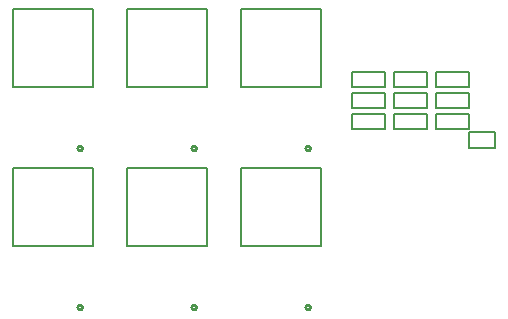
<source format=gbo>
G04*
G04 #@! TF.GenerationSoftware,Altium Limited,Altium Designer,21.7.1 (17)*
G04*
G04 Layer_Color=32896*
%FSLAX44Y44*%
%MOMM*%
G71*
G04*
G04 #@! TF.SameCoordinates,3410F848-C5A3-4CD9-B6BE-FCF06B59130C*
G04*
G04*
G04 #@! TF.FilePolarity,Positive*
G04*
G01*
G75*
%ADD10C,0.2000*%
%ADD12C,0.2540*%
D10*
X90810Y278360D02*
X158110D01*
X90810Y212360D02*
Y278360D01*
X158460Y212360D02*
Y278460D01*
X90810Y212360D02*
X158110D01*
X90810Y143740D02*
X158110D01*
X90810Y77740D02*
Y143740D01*
X158460Y77740D02*
Y143840D01*
X90810Y77740D02*
X158110D01*
X187330Y278360D02*
X254630D01*
X187330Y212360D02*
Y278360D01*
X254980Y212360D02*
Y278460D01*
X187330Y212360D02*
X254630D01*
X187330Y143740D02*
X254630D01*
X187330Y77740D02*
Y143740D01*
X254980Y77740D02*
Y143840D01*
X187330Y77740D02*
X254630D01*
X283850Y278360D02*
X351150D01*
X283850Y212360D02*
Y278360D01*
X351500Y212360D02*
Y278460D01*
X283850Y212360D02*
X351150D01*
X283850Y143740D02*
X351150D01*
X283850Y77740D02*
Y143740D01*
X351500Y77740D02*
Y143840D01*
X283850Y77740D02*
X351150D01*
X476680Y160640D02*
X498680D01*
X476680D02*
Y174640D01*
X498680D01*
Y160640D02*
Y174640D01*
X440810Y212090D02*
Y224790D01*
X412870Y212090D02*
X440810D01*
X412870D02*
Y224790D01*
X440810D01*
X405370Y212090D02*
Y224790D01*
X377430Y212090D02*
X405370D01*
X377430D02*
Y224790D01*
X405370D01*
X440810Y194310D02*
Y207010D01*
X412870Y194310D02*
X440810D01*
X412870D02*
Y207010D01*
X440810D01*
X405370Y194310D02*
Y207010D01*
X377430Y194310D02*
X405370D01*
X377430D02*
Y207010D01*
X405370D01*
X440810Y176530D02*
Y189230D01*
X412870Y176530D02*
X440810D01*
X412870D02*
Y189230D01*
X440810D01*
X405370Y176530D02*
Y189230D01*
X377430Y176530D02*
X405370D01*
X377430D02*
Y189230D01*
X405370D01*
X448430Y212090D02*
Y224790D01*
X476370D01*
Y212090D02*
Y224790D01*
X448430Y212090D02*
X476370D01*
X448430Y194310D02*
Y207010D01*
X476370D01*
Y194310D02*
Y207010D01*
X448430Y194310D02*
X476370D01*
X448430Y176530D02*
Y189230D01*
X476370D01*
Y176530D02*
Y189230D01*
X448430Y176530D02*
X476370D01*
D12*
X149460Y160360D02*
G03*
X149460Y160360I-2000J0D01*
G01*
Y25740D02*
G03*
X149460Y25740I-2000J0D01*
G01*
X245980Y160360D02*
G03*
X245980Y160360I-2000J0D01*
G01*
Y25740D02*
G03*
X245980Y25740I-2000J0D01*
G01*
X342500Y160360D02*
G03*
X342500Y160360I-2000J0D01*
G01*
Y25740D02*
G03*
X342500Y25740I-2000J0D01*
G01*
M02*

</source>
